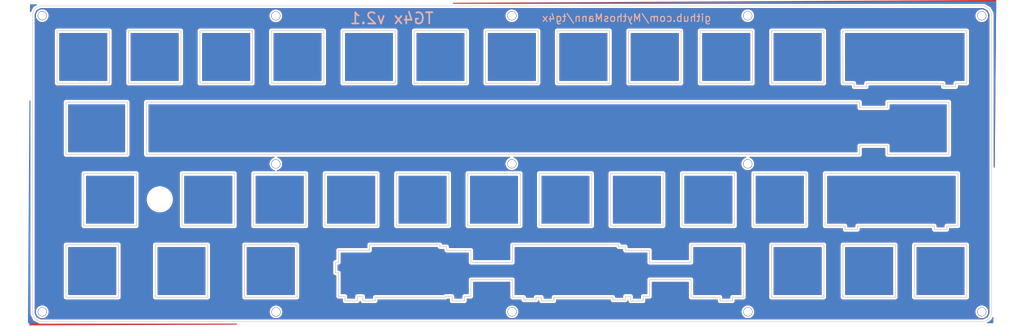
<source format=kicad_pcb>
(kicad_pcb (version 20171130) (host pcbnew "(5.1.4-0-10_14)")
  (layers (0 F.Cu signal) (31 B.Cu signal) (34 B.Paste user) (35 F.Paste user) (36 B.SilkS user) (37 F.SilkS user) (38 B.Mask user) (39 F.Mask user) (44 Edge.Cuts user))
  (net 0 "")
  (module MountingHole:MountingHole_6mm (layer F.Cu) (at 51.0032 68.1609)
    (fp_text reference REF** hide)
    (fp_text value MountingHole_6mm)
    (pad 1 np_thru_hole circle (at 0 0) (size 6 6) (drill 6) (layers *.Cu *.Mask))
  )
  (module MountingHole:MountingHole_2.2mm_M2_Pad (layer F.Cu) (at 207.772 19.1262)
    (fp_text reference REF** hide)
    (fp_text value MountingHole_2.2mm_M2_Pad)
    (pad 1 thru_hole circle (at 0 0) (size 2.4 2.4) (drill 2.2) (layers *.Cu *.Mask))
  )
  (module MountingHole:MountingHole_2.2mm_M2_Pad (layer F.Cu) (at 144.8816 58.66892)
    (fp_text reference REF** hide)
    (fp_text value MountingHole_2.2mm_M2_Pad)
    (pad 1 thru_hole circle (at 0 0) (size 2.4 2.4) (drill 2.2) (layers *.Cu *.Mask))
  )
  (module MountingHole:MountingHole_2.2mm_M2_Pad (layer F.Cu) (at 81.9404 58.69432)
    (fp_text reference REF** hide)
    (fp_text value MountingHole_2.2mm_M2_Pad)
    (pad 1 thru_hole circle (at 0 0) (size 2.4 2.4) (drill 2.2) (layers *.Cu *.Mask))
  )
  (module MountingHole:MountingHole_2.2mm_M2_Pad (layer F.Cu) (at 207.772 58.66892)
    (fp_text reference REF** hide)
    (fp_text value MountingHole_2.2mm_M2_Pad)
    (pad 1 thru_hole circle (at 0 0) (size 2.4 2.4) (drill 2.2) (layers *.Cu *.Mask))
  )
  (module MountingHole:MountingHole_2.2mm_M2_Pad (layer F.Cu) (at 81.9912 98.2218)
    (fp_text reference REF** hide)
    (fp_text value MountingHole_2.2mm_M2_Pad)
    (pad 1 thru_hole circle (at 0 0) (size 2.4 2.4) (drill 2.2) (layers *.Cu *.Mask))
  )
  (module MountingHole:MountingHole_2.2mm_M2_Pad (layer F.Cu) (at 207.8228 98.1964)
    (fp_text reference REF** hide)
    (fp_text value MountingHole_2.2mm_M2_Pad)
    (pad 1 thru_hole circle (at 0 0) (size 2.4 2.4) (drill 2.2) (layers *.Cu *.Mask))
  )
  (module MountingHole:MountingHole_2.2mm_M2_Pad (layer F.Cu) (at 19.6596 98.1964)
    (fp_text reference REF** hide)
    (fp_text value MountingHole_2.2mm_M2_Pad)
    (pad 1 thru_hole circle (at 0 0) (size 2.4 2.4) (drill 2.2) (layers *.Cu *.Mask))
  )
  (module MountingHole:MountingHole_2.2mm_M2_Pad (layer F.Cu) (at 270.1798 98.1964)
    (fp_text reference REF** hide)
    (fp_text value MountingHole_2.2mm_M2_Pad)
    (pad 1 thru_hole circle (at 0 0) (size 2.4 2.4) (drill 2.2) (layers *.Cu *.Mask))
  )
  (module MountingHole:MountingHole_2.2mm_M2_Pad (layer F.Cu) (at 81.9404 19.1516)
    (fp_text reference REF** hide)
    (fp_text value MountingHole_2.2mm_M2_Pad)
    (pad 1 thru_hole circle (at 0 0) (size 2.4 2.4) (drill 2.2) (layers *.Cu *.Mask))
  )
  (module MountingHole:MountingHole_2.2mm_M2_Pad (layer F.Cu) (at 144.8816 19.1262)
    (fp_text reference REF** hide)
    (fp_text value MountingHole_2.2mm_M2_Pad)
    (pad 1 thru_hole circle (at 0 0) (size 2.4 2.4) (drill 2.2) (layers *.Cu *.Mask))
  )
  (module MountingHole:MountingHole_2.2mm_M2_Pad (layer F.Cu) (at 19.6596 19.1008)
    (fp_text reference REF** hide)
    (fp_text value MountingHole_2.2mm_M2_Pad)
    (pad 1 thru_hole circle (at 0 0) (size 2.4 2.4) (drill 2.2) (layers *.Cu *.Mask))
  )
  (module MountingHole:MountingHole_2.2mm_M2_Pad (layer F.Cu) (at 270.1798 19.1262)
    (fp_text reference REF** hide)
    (fp_text value MountingHole_2.2mm_M2_Pad)
    (pad 1 thru_hole circle (at 0 0) (size 2.4 2.4) (drill 2.2) (layers *.Cu *.Mask))
  )
  (module MountingHole:MountingHole_2.2mm_M2_Pad (layer F.Cu) (at 144.9324 98.1964)
    (fp_text reference H1 hide)
    (fp_text value MountingHole_Pad)
    (pad 1 thru_hole circle (at 0 0) (size 2.4 2.4) (drill 2.2) (layers *.Cu *.Mask))
  )
  (gr_line (start 237.617 56.1975) (end 237.617 53.848) (layer Edge.Cuts) (width 0.2))
  (gr_line (start 245.0465 56.1975) (end 245.0465 53.848) (layer Edge.Cuts) (width 0.2))
  (gr_line (start 237.617 53.848) (end 245.0465 53.848) (layer Edge.Cuts) (width 0.2))
  (gr_line (start 237.617 43.7261) (end 245.0465 43.7261) (layer Edge.Cuts) (width 0.2))
  (gr_line (start 175.133 80.8228) (end 175.133 81.7626) (layer Edge.Cuts) (width 0.2))
  (gr_line (start 173.3296 80.8228) (end 175.133 80.8228) (layer Edge.Cuts) (width 0.2))
  (gr_line (start 175.133 95.0341) (end 175.133 94.0689) (layer Edge.Cuts) (width 0.2))
  (gr_line (start 171.831 95.0341) (end 175.133 95.0341) (layer Edge.Cuts) (width 0.2))
  (gr_line (start 171.831 94.3102) (end 171.831 95.0341) (layer Edge.Cuts) (width 0.2))
  (gr_line (start 151.3332 94.2975) (end 152.7683 94.2975) (layer Edge.Cuts) (width 0.2))
  (gr_line (start 151.3332 95.0341) (end 151.3332 94.2975) (layer Edge.Cuts) (width 0.2))
  (gr_line (start 148.0312 95.0341) (end 151.3332 95.0341) (layer Edge.Cuts) (width 0.2))
  (gr_line (start 148.0312 94.2975) (end 148.0312 95.0341) (layer Edge.Cuts) (width 0.2))
  (gr_line (start 127.2159 94.0689) (end 127.2159 94.2975) (layer Edge.Cuts) (width 0.2))
  (gr_line (start 127.508 80.8228) (end 127.508 81.7626) (layer Edge.Cuts) (width 0.2))
  (gr_line (start 125.7046 80.8228) (end 127.508 80.8228) (layer Edge.Cuts) (width 0.2))
  (gr_text github.com/MythosMann/tg4x (at 175.4632 19.7231) (layer B.SilkS) (effects (font (size 2 2) (thickness 0.3)) (justify mirror)))
  (gr_text "TG4x v2.1" (at 112.8522 19.8247) (layer B.SilkS) (effects (font (size 3 3) (thickness 0.45)) (justify mirror)))
  (gr_line (start 118.8339 37.1475) (end 118.8339 23.1394) (layer Edge.Cuts) (width 0.2))
  (gr_line (start 132.842 37.1475) (end 118.8339 37.1475) (layer Edge.Cuts) (width 0.2))
  (gr_line (start 49.784 80.2894) (end 63.7921 80.2894) (layer Edge.Cuts) (width 0.2))
  (gr_line (start 73.5838 80.2894) (end 87.6046 80.2894) (layer Edge.Cuts) (width 0.2))
  (gr_line (start 25.9715 80.2894) (end 39.9796 80.2894) (layer Edge.Cuts) (width 0.2))
  (gr_line (start 192.659 94.2975) (end 200.3806 94.2975) (layer Edge.Cuts) (width 0.2))
  (gr_line (start 145.034 84.9884) (end 133.9723 84.9884) (layer Edge.Cuts) (width 0.2))
  (gr_line (start 181.5973 81.7626) (end 175.133 81.7626) (layer Edge.Cuts) (width 0.2))
  (gr_line (start 133.9723 84.9884) (end 133.9723 81.7626) (layer Edge.Cuts) (width 0.2))
  (gr_line (start 192.659 84.9884) (end 181.5973 84.9884) (layer Edge.Cuts) (width 0.2))
  (gr_line (start 156.083 94.2975) (end 159.0421 94.2975) (layer Edge.Cuts) (width 0.2))
  (gr_line (start 159.0421 94.2975) (end 171.831 94.2975) (layer Edge.Cuts) (width 0.2))
  (gr_line (start 133.9723 89.5985) (end 145.034 89.5985) (layer Edge.Cuts) (width 0.2))
  (gr_line (start 25.9715 94.2975) (end 25.9715 80.2894) (layer Edge.Cuts) (width 0.2))
  (gr_line (start 39.9796 80.2894) (end 39.9796 94.2975) (layer Edge.Cuts) (width 0.2))
  (gr_line (start 181.5973 89.5985) (end 192.659 89.5985) (layer Edge.Cuts) (width 0.2))
  (gr_line (start 145.034 80.2894) (end 145.034 84.9884) (layer Edge.Cuts) (width 0.2))
  (gr_line (start 125.7046 80.8228) (end 125.7046 80.2894) (layer Edge.Cuts) (width 0.2))
  (gr_line (start 181.5973 94.0689) (end 181.5973 89.5985) (layer Edge.Cuts) (width 0.2))
  (gr_line (start 125.7046 80.2894) (end 106.9594 80.2894) (layer Edge.Cuts) (width 0.2))
  (gr_line (start 181.5973 84.9884) (end 181.5973 81.7626) (layer Edge.Cuts) (width 0.2))
  (gr_line (start 97.8281 84.9884) (end 97.8281 87.8078) (layer Edge.Cuts) (width 0.2))
  (gr_line (start 133.9723 94.0689) (end 133.9723 89.5985) (layer Edge.Cuts) (width 0.2))
  (gr_line (start 108.458 94.2975) (end 127.2159 94.2975) (layer Edge.Cuts) (width 0.2))
  (gr_line (start 132.2578 94.0689) (end 133.9723 94.0689) (layer Edge.Cuts) (width 0.2))
  (gr_line (start 127.2159 94.0689) (end 128.9431 94.0689) (layer Edge.Cuts) (width 0.2))
  (gr_line (start 98.6536 81.7626) (end 98.6536 84.9884) (layer Edge.Cuts) (width 0.2))
  (gr_line (start 106.9594 81.7626) (end 98.6536 81.7626) (layer Edge.Cuts) (width 0.2))
  (gr_line (start 145.034 89.5985) (end 145.034 94.2975) (layer Edge.Cuts) (width 0.2))
  (gr_line (start 97.8281 87.8078) (end 98.6536 87.8078) (layer Edge.Cuts) (width 0.2))
  (gr_line (start 103.6955 94.0689) (end 105.1433 94.0689) (layer Edge.Cuts) (width 0.2))
  (gr_line (start 114.0714 61.2394) (end 128.0795 61.2394) (layer Edge.Cuts) (width 0.2))
  (gr_line (start 109.0295 61.2394) (end 109.0295 75.2602) (layer Edge.Cuts) (width 0.2))
  (gr_line (start 257.5306 76.2254) (end 260.8453 76.2254) (layer Edge.Cuts) (width 0.2))
  (gr_line (start 185.2295 75.2475) (end 171.2214 75.2475) (layer Edge.Cuts) (width 0.2))
  (gr_line (start 247.142 80.2894) (end 247.142 94.2975) (layer Edge.Cuts) (width 0.2))
  (gr_line (start 106.9594 80.2894) (end 106.9594 81.7626) (layer Edge.Cuts) (width 0.2))
  (gr_line (start 166.1795 75.2475) (end 152.1714 75.2475) (layer Edge.Cuts) (width 0.2))
  (gr_line (start 30.734 61.2394) (end 44.7421 61.2394) (layer Edge.Cuts) (width 0.2))
  (gr_line (start 98.6536 84.9884) (end 97.8281 84.9884) (layer Edge.Cuts) (width 0.2))
  (gr_line (start 237.0455 75.2475) (end 257.5306 75.2475) (layer Edge.Cuts) (width 0.2))
  (gr_line (start 228.3714 61.2394) (end 228.3714 75.2475) (layer Edge.Cuts) (width 0.2))
  (gr_line (start 95.0214 75.2475) (end 95.0214 61.2394) (layer Edge.Cuts) (width 0.2))
  (gr_line (start 56.9214 75.2475) (end 56.9214 61.2394) (layer Edge.Cuts) (width 0.2))
  (gr_line (start 98.6536 87.8078) (end 98.6536 94.0689) (layer Edge.Cuts) (width 0.2))
  (gr_line (start 257.5306 75.2475) (end 257.5306 76.2254) (layer Edge.Cuts) (width 0.2))
  (gr_line (start 147.1295 61.2394) (end 147.1295 75.2475) (layer Edge.Cuts) (width 0.2))
  (gr_line (start 114.0714 75.2475) (end 114.0714 61.2394) (layer Edge.Cuts) (width 0.2))
  (gr_line (start 147.1295 75.2475) (end 133.1214 75.2475) (layer Edge.Cuts) (width 0.2))
  (gr_line (start 98.6536 94.0689) (end 100.3808 94.0689) (layer Edge.Cuts) (width 0.2))
  (gr_line (start 145.034 94.2975) (end 148.0312 94.2975) (layer Edge.Cuts) (width 0.2))
  (gr_line (start 95.0214 61.2394) (end 109.0295 61.2394) (layer Edge.Cuts) (width 0.2))
  (gr_line (start 223.3295 61.2394) (end 223.3295 75.2475) (layer Edge.Cuts) (width 0.2))
  (gr_line (start 233.7308 76.2254) (end 237.0455 76.2254) (layer Edge.Cuts) (width 0.2))
  (gr_line (start 75.9714 61.2394) (end 89.9795 61.2394) (layer Edge.Cuts) (width 0.2))
  (gr_line (start 263.8171 75.2475) (end 263.8171 61.2394) (layer Edge.Cuts) (width 0.2))
  (gr_line (start 89.9795 61.2394) (end 89.9795 75.2475) (layer Edge.Cuts) (width 0.2))
  (gr_line (start 128.0795 61.2394) (end 128.0795 75.2475) (layer Edge.Cuts) (width 0.2))
  (gr_line (start 233.7308 75.2475) (end 233.7308 76.2254) (layer Edge.Cuts) (width 0.2))
  (gr_line (start 133.1214 61.2394) (end 147.1295 61.2394) (layer Edge.Cuts) (width 0.2))
  (gr_line (start 44.7421 61.2394) (end 44.7421 75.2475) (layer Edge.Cuts) (width 0.2))
  (gr_line (start 128.0795 75.2475) (end 114.0714 75.2475) (layer Edge.Cuts) (width 0.2))
  (gr_line (start 42.3545 56.1975) (end 25.9715 56.1975) (layer Edge.Cuts) (width 0.2))
  (gr_line (start 70.9295 61.2394) (end 70.9295 75.2475) (layer Edge.Cuts) (width 0.2))
  (gr_line (start 252.1839 80.2894) (end 266.192 80.2894) (layer Edge.Cuts) (width 0.2))
  (gr_line (start 75.9714 75.2475) (end 75.9714 61.2394) (layer Edge.Cuts) (width 0.2))
  (gr_line (start 214.0839 94.2975) (end 214.0839 80.2894) (layer Edge.Cuts) (width 0.2))
  (gr_line (start 260.8453 75.2475) (end 263.8171 75.2475) (layer Edge.Cuts) (width 0.2))
  (gr_line (start 237.0455 76.2254) (end 237.0455 75.2475) (layer Edge.Cuts) (width 0.2))
  (gr_line (start 247.142 94.2975) (end 233.1339 94.2975) (layer Edge.Cuts) (width 0.2))
  (gr_line (start 228.3714 75.2475) (end 233.7308 75.2475) (layer Edge.Cuts) (width 0.2))
  (gr_line (start 42.3545 42.1894) (end 42.3545 56.1975) (layer Edge.Cuts) (width 0.2))
  (gr_line (start 233.1339 80.2894) (end 247.142 80.2894) (layer Edge.Cuts) (width 0.2))
  (gr_line (start 133.1214 75.2475) (end 133.1214 61.2394) (layer Edge.Cuts) (width 0.2))
  (gr_line (start 89.9795 75.2475) (end 75.9714 75.2475) (layer Edge.Cuts) (width 0.2))
  (gr_line (start 152.1714 75.2475) (end 152.1714 61.2394) (layer Edge.Cuts) (width 0.2))
  (gr_line (start 152.1714 61.2394) (end 166.1795 61.2394) (layer Edge.Cuts) (width 0.2))
  (gr_line (start 223.3295 75.2475) (end 209.3214 75.2475) (layer Edge.Cuts) (width 0.2))
  (gr_line (start 190.2714 75.2475) (end 190.2714 61.2394) (layer Edge.Cuts) (width 0.2))
  (gr_line (start 171.2214 75.2475) (end 171.2214 61.2394) (layer Edge.Cuts) (width 0.2))
  (gr_line (start 171.2214 61.2394) (end 185.2295 61.2394) (layer Edge.Cuts) (width 0.2))
  (gr_line (start 204.2795 75.2475) (end 190.2714 75.2475) (layer Edge.Cuts) (width 0.2))
  (gr_line (start 252.1839 94.2975) (end 252.1839 80.2894) (layer Edge.Cuts) (width 0.2))
  (gr_line (start 56.9214 61.2394) (end 70.9295 61.2394) (layer Edge.Cuts) (width 0.2))
  (gr_line (start 233.1339 94.2975) (end 233.1339 80.2894) (layer Edge.Cuts) (width 0.2))
  (gr_line (start 30.7213 75.2475) (end 30.734 61.2394) (layer Edge.Cuts) (width 0.2))
  (gr_line (start 204.2795 61.2394) (end 204.2795 75.2475) (layer Edge.Cuts) (width 0.2))
  (gr_line (start 209.3214 61.2394) (end 223.3295 61.2394) (layer Edge.Cuts) (width 0.2))
  (gr_line (start 263.8171 61.2394) (end 228.3714 61.2394) (layer Edge.Cuts) (width 0.2))
  (gr_line (start 109.0295 75.2602) (end 95.0214 75.2475) (layer Edge.Cuts) (width 0.2))
  (gr_line (start 185.2295 61.2394) (end 185.2295 75.2475) (layer Edge.Cuts) (width 0.2))
  (gr_line (start 209.3214 75.2475) (end 209.3087 61.2394) (layer Edge.Cuts) (width 0.2))
  (gr_line (start 44.7421 75.2475) (end 30.7213 75.2475) (layer Edge.Cuts) (width 0.2))
  (gr_line (start 266.192 80.2894) (end 266.192 94.2975) (layer Edge.Cuts) (width 0.2))
  (gr_line (start 266.192 94.2975) (end 252.1839 94.2975) (layer Edge.Cuts) (width 0.2))
  (gr_line (start 260.8453 76.2254) (end 260.8453 75.2475) (layer Edge.Cuts) (width 0.2))
  (gr_line (start 25.9715 42.1894) (end 42.3545 42.1894) (layer Edge.Cuts) (width 0.2))
  (gr_line (start 70.9295 75.2475) (end 56.9214 75.2475) (layer Edge.Cuts) (width 0.2))
  (gr_line (start 166.1795 61.2394) (end 166.1795 75.2475) (layer Edge.Cuts) (width 0.2))
  (gr_line (start 190.2714 61.2394) (end 204.2795 61.2394) (layer Edge.Cuts) (width 0.2))
  (gr_line (start 179.8828 94.0689) (end 181.5973 94.0689) (layer Edge.Cuts) (width 0.2))
  (gr_line (start 175.133 94.0689) (end 176.5681 94.0689) (layer Edge.Cuts) (width 0.2))
  (gr_line (start 63.7921 80.2894) (end 63.7921 94.2975) (layer Edge.Cuts) (width 0.2))
  (gr_line (start 49.784 94.2975) (end 49.784 80.2894) (layer Edge.Cuts) (width 0.2))
  (gr_line (start 228.092 80.2894) (end 228.092 94.2975) (layer Edge.Cuts) (width 0.2))
  (gr_line (start 214.0839 80.2894) (end 228.092 80.2894) (layer Edge.Cuts) (width 0.2))
  (gr_line (start 228.092 94.2975) (end 214.0839 94.2975) (layer Edge.Cuts) (width 0.2))
  (gr_line (start 87.6046 94.2975) (end 73.5838 94.2975) (layer Edge.Cuts) (width 0.2))
  (gr_line (start 39.9796 94.2975) (end 25.9715 94.2975) (layer Edge.Cuts) (width 0.2))
  (gr_line (start 73.5838 94.2975) (end 73.5838 80.2894) (layer Edge.Cuts) (width 0.2))
  (gr_line (start 173.3296 80.2894) (end 159.131 80.2894) (layer Edge.Cuts) (width 0.2))
  (gr_line (start 159.131 80.2894) (end 145.034 80.2894) (layer Edge.Cuts) (width 0.2))
  (gr_line (start 87.6046 80.2894) (end 87.6046 94.2975) (layer Edge.Cuts) (width 0.2))
  (gr_line (start 133.9723 81.7626) (end 127.508 81.7626) (layer Edge.Cuts) (width 0.2))
  (gr_line (start 192.659 80.2894) (end 192.659 84.9884) (layer Edge.Cuts) (width 0.2))
  (gr_line (start 173.3296 80.8228) (end 173.3296 80.2894) (layer Edge.Cuts) (width 0.2))
  (gr_line (start 63.7921 94.2975) (end 49.784 94.2975) (layer Edge.Cuts) (width 0.2))
  (gr_line (start 192.659 89.5985) (end 192.659 94.2975) (layer Edge.Cuts) (width 0.2))
  (gr_line (start 137.8839 37.1475) (end 137.8839 23.1394) (layer Edge.Cuts) (width 0.2))
  (gr_line (start 261.4295 56.1975) (end 245.0465 56.1975) (layer Edge.Cuts) (width 0.2))
  (gr_line (start 261.4295 42.1894) (end 261.4295 56.1975) (layer Edge.Cuts) (width 0.2))
  (gr_line (start 61.6839 23.1394) (end 75.692 23.1394) (layer Edge.Cuts) (width 0.2))
  (gr_line (start 245.0465 43.7261) (end 245.0465 42.1894) (layer Edge.Cuts) (width 0.2))
  (gr_line (start 47.3964 56.1975) (end 47.3964 42.1894) (layer Edge.Cuts) (width 0.2))
  (gr_line (start 47.3964 42.1894) (end 212.5218 42.1894) (layer Edge.Cuts) (width 0.2))
  (gr_line (start 237.617 42.1894) (end 237.617 43.7261) (layer Edge.Cuts) (width 0.2))
  (gr_line (start 237.617 56.1975) (end 214.2363 56.1975) (layer Edge.Cuts) (width 0.2))
  (gr_line (start 203.6953 94.2975) (end 206.6671 94.2975) (layer Edge.Cuts) (width 0.2))
  (gr_line (start 175.9839 37.1475) (end 175.9839 23.1394) (layer Edge.Cuts) (width 0.2))
  (gr_line (start 212.5218 42.1894) (end 237.617 42.1894) (layer Edge.Cuts) (width 0.2))
  (gr_line (start 259.9182 37.1475) (end 259.9182 38.1127) (layer Edge.Cuts) (width 0.2))
  (gr_line (start 214.2363 56.1975) (end 47.3964 56.1975) (layer Edge.Cuts) (width 0.2))
  (gr_line (start 25.9715 56.1975) (end 25.9715 42.1894) (layer Edge.Cuts) (width 0.2))
  (gr_line (start 206.6671 94.2975) (end 206.6671 80.2894) (layer Edge.Cuts) (width 0.2))
  (gr_line (start 137.8839 23.1394) (end 151.892 23.1394) (layer Edge.Cuts) (width 0.2))
  (gr_line (start 206.6671 80.2894) (end 192.659 80.2894) (layer Edge.Cuts) (width 0.2))
  (gr_line (start 245.0465 42.1894) (end 261.4295 42.1894) (layer Edge.Cuts) (width 0.2))
  (gr_line (start 113.792 37.1475) (end 99.7839 37.1475) (layer Edge.Cuts) (width 0.2))
  (gr_line (start 42.6339 23.1394) (end 56.642 23.1394) (layer Edge.Cuts) (width 0.2))
  (gr_line (start 132.842 23.1394) (end 132.842 37.1475) (layer Edge.Cuts) (width 0.2))
  (gr_line (start 80.7339 37.1475) (end 80.7339 23.1394) (layer Edge.Cuts) (width 0.2))
  (gr_line (start 56.642 37.1475) (end 42.6339 37.1475) (layer Edge.Cuts) (width 0.2))
  (gr_line (start 209.042 23.1394) (end 209.042 37.1475) (layer Edge.Cuts) (width 0.2))
  (gr_line (start 151.892 37.1475) (end 137.8839 37.1475) (layer Edge.Cuts) (width 0.2))
  (gr_line (start 170.942 23.1394) (end 170.942 37.1475) (layer Edge.Cuts) (width 0.2))
  (gr_line (start 151.892 23.1394) (end 151.892 37.1475) (layer Edge.Cuts) (width 0.2))
  (gr_line (start 239.4204 38.1127) (end 239.4204 37.1475) (layer Edge.Cuts) (width 0.2))
  (gr_line (start 80.7339 23.1394) (end 94.742 23.1394) (layer Edge.Cuts) (width 0.2))
  (gr_line (start 75.692 37.1475) (end 61.6839 37.1475) (layer Edge.Cuts) (width 0.2))
  (gr_line (start 170.942 37.1475) (end 156.9339 37.1475) (layer Edge.Cuts) (width 0.2))
  (gr_line (start 42.6339 37.1475) (end 42.6339 23.1394) (layer Edge.Cuts) (width 0.2))
  (gr_line (start 236.1184 38.1127) (end 239.4204 38.1127) (layer Edge.Cuts) (width 0.2))
  (gr_line (start 23.5966 37.1348) (end 23.5966 23.1394) (layer Edge.Cuts) (width 0.2))
  (gr_line (start 156.9339 37.1475) (end 156.9339 23.1394) (layer Edge.Cuts) (width 0.2))
  (gr_line (start 266.192 37.1475) (end 266.192 23.1394) (layer Edge.Cuts) (width 0.2))
  (gr_line (start 61.6839 37.1475) (end 61.6839 23.1394) (layer Edge.Cuts) (width 0.2))
  (gr_line (start 94.742 23.1394) (end 94.742 37.1475) (layer Edge.Cuts) (width 0.2))
  (gr_line (start 189.992 23.1394) (end 189.992 37.1475) (layer Edge.Cuts) (width 0.2))
  (gr_line (start 156.9339 23.1394) (end 170.942 23.1394) (layer Edge.Cuts) (width 0.2))
  (gr_line (start 37.592 23.1394) (end 37.592 37.1475) (layer Edge.Cuts) (width 0.2))
  (gr_line (start 195.0339 23.1394) (end 209.042 23.1394) (layer Edge.Cuts) (width 0.2))
  (gr_line (start 266.192 23.1394) (end 233.1339 23.1394) (layer Edge.Cuts) (width 0.2))
  (gr_line (start 233.1339 37.1475) (end 236.1184 37.1475) (layer Edge.Cuts) (width 0.2))
  (gr_line (start 99.7839 37.1475) (end 99.7839 23.1394) (layer Edge.Cuts) (width 0.2))
  (gr_line (start 37.592 37.1475) (end 23.5966 37.1348) (layer Edge.Cuts) (width 0.2))
  (gr_line (start 23.5966 23.1394) (end 37.592 23.1394) (layer Edge.Cuts) (width 0.2))
  (gr_line (start 259.9182 38.1127) (end 263.2202 38.1127) (layer Edge.Cuts) (width 0.2))
  (gr_line (start 233.1212 23.1394) (end 233.1339 37.1475) (layer Edge.Cuts) (width 0.2))
  (gr_line (start 236.1184 37.1475) (end 236.1184 38.1127) (layer Edge.Cuts) (width 0.2))
  (gr_line (start 118.8339 23.1394) (end 132.842 23.1394) (layer Edge.Cuts) (width 0.2))
  (gr_line (start 239.4204 37.1475) (end 259.9182 37.1475) (layer Edge.Cuts) (width 0.2))
  (gr_line (start 263.2202 37.1475) (end 266.192 37.1475) (layer Edge.Cuts) (width 0.2))
  (gr_line (start 214.0839 23.1394) (end 228.092 23.1394) (layer Edge.Cuts) (width 0.2))
  (gr_line (start 228.092 23.1394) (end 228.092 37.1475) (layer Edge.Cuts) (width 0.2))
  (gr_line (start 209.042 37.1475) (end 195.0339 37.1475) (layer Edge.Cuts) (width 0.2))
  (gr_line (start 175.9839 23.1394) (end 189.992 23.1394) (layer Edge.Cuts) (width 0.2))
  (gr_line (start 75.692 23.1394) (end 75.692 37.1475) (layer Edge.Cuts) (width 0.2))
  (gr_line (start 189.992 37.1475) (end 175.9839 37.1475) (layer Edge.Cuts) (width 0.2))
  (gr_line (start 94.742 37.1475) (end 80.7339 37.1475) (layer Edge.Cuts) (width 0.2))
  (gr_line (start 228.092 37.1475) (end 214.0839 37.1475) (layer Edge.Cuts) (width 0.2))
  (gr_line (start 99.7839 23.1394) (end 113.792 23.1394) (layer Edge.Cuts) (width 0.2))
  (gr_line (start 214.0839 37.1475) (end 214.0839 23.1394) (layer Edge.Cuts) (width 0.2))
  (gr_line (start 56.642 23.1394) (end 56.642 37.1475) (layer Edge.Cuts) (width 0.2))
  (gr_line (start 113.792 23.1394) (end 113.792 37.1475) (layer Edge.Cuts) (width 0.2))
  (gr_line (start 263.2202 38.1127) (end 263.2202 37.1475) (layer Edge.Cuts) (width 0.2))
  (gr_line (start 195.0339 37.1475) (end 195.0339 23.1394) (layer Edge.Cuts) (width 0.2))
  (gr_line (start 128.9431 94.0689) (end 128.9431 95.2754) (layer Edge.Cuts) (width 0.2))
  (gr_line (start 128.9431 95.2754) (end 132.2578 95.2754) (layer Edge.Cuts) (width 0.2))
  (gr_line (start 105.1433 94.0689) (end 105.1433 95.2754) (layer Edge.Cuts) (width 0.2))
  (gr_line (start 132.2578 95.2754) (end 132.2578 94.0689) (layer Edge.Cuts) (width 0.2))
  (gr_line (start 100.3808 95.2754) (end 103.6955 95.2754) (layer Edge.Cuts) (width 0.2))
  (gr_line (start 105.1433 95.2754) (end 108.458 95.2754) (layer Edge.Cuts) (width 0.2))
  (gr_line (start 103.6955 95.2754) (end 103.6955 94.0689) (layer Edge.Cuts) (width 0.2))
  (gr_line (start 100.3808 94.0689) (end 100.3808 95.2754) (layer Edge.Cuts) (width 0.2))
  (gr_line (start 108.458 95.2754) (end 108.458 94.2975) (layer Edge.Cuts) (width 0.2))
  (gr_line (start 156.083 95.2754) (end 156.083 94.2975) (layer Edge.Cuts) (width 0.2))
  (gr_line (start 203.6953 95.2754) (end 203.6953 94.2975) (layer Edge.Cuts) (width 0.2))
  (gr_line (start 152.7683 95.2754) (end 156.083 95.2754) (layer Edge.Cuts) (width 0.2))
  (gr_line (start 152.7683 94.2975) (end 152.7683 95.2754) (layer Edge.Cuts) (width 0.2))
  (gr_line (start 176.5681 95.2754) (end 179.8828 95.2754) (layer Edge.Cuts) (width 0.2))
  (gr_line (start 200.3806 94.2975) (end 200.3806 95.2754) (layer Edge.Cuts) (width 0.2))
  (gr_line (start 200.3806 95.2754) (end 203.6953 95.2754) (layer Edge.Cuts) (width 0.2))
  (gr_line (start 179.8828 95.2754) (end 179.8828 94.0689) (layer Edge.Cuts) (width 0.2))
  (gr_line (start 176.5681 94.0689) (end 176.5681 95.2754) (layer Edge.Cuts) (width 0.2))
  (gr_line (start 17.7165 100.076) (end 17.0815 98.806) (layer Edge.Cuts) (width 0.15))
  (gr_line (start 19.05 100.7745) (end 17.7165 100.076) (layer Edge.Cuts) (width 0.15))
  (gr_line (start 272.2245 100.0125) (end 272.796 98.8568) (layer Edge.Cuts) (width 0.15))
  (gr_line (start 270.764 100.7745) (end 272.2245 100.0125) (layer Edge.Cuts) (width 0.15))
  (gr_line (start 272.0975 17.272) (end 272.796 18.542) (layer Edge.Cuts) (width 0.15))
  (gr_line (start 270.764 16.51) (end 272.0975 17.272) (layer Edge.Cuts) (width 0.15))
  (gr_line (start 17.7165 17.2085) (end 19.05 16.51) (layer Edge.Cuts) (width 0.15))
  (gr_line (start 17.0815 18.542) (end 17.7165 17.2085) (layer Edge.Cuts) (width 0.15))
  (gr_line (start 17.0815 98.806) (end 17.0815 18.542) (layer Edge.Cuts) (width 0.15))
  (gr_line (start 270.764 100.7745) (end 19.05 100.7745) (layer Edge.Cuts) (width 0.15))
  (gr_line (start 272.796 18.542) (end 272.796 98.8568) (layer Edge.Cuts) (width 0.15))
  (gr_line (start 19.05 16.51) (end 270.764 16.51) (layer Edge.Cuts) (width 0.15))
  (zone (net 0) (net_name "") (layer F.Cu) (connect_pads (clearance 0.508)) (min_thickness 0.254) (fill yes (arc_segments 32) (thermal_gap 0.508) (thermal_bridge_width 0.508))
    (polygon (pts (xy 274.03 14.92) (xy 16.42 16.26) (xy 16.22 101.82) (xy 273.26 100.85)))
  )
  (zone (net 0) (net_name "") (layer B.Cu) (connect_pads (clearance 0.508)) (min_thickness 0.254) (fill yes (arc_segments 32) (thermal_gap 0.508) (thermal_bridge_width 0.508))
    (polygon (pts (xy 273.26 101.24) (xy 15.84 101.24) (xy 16.42 16.07) (xy 274.03 15.3)))
  )
)
</source>
